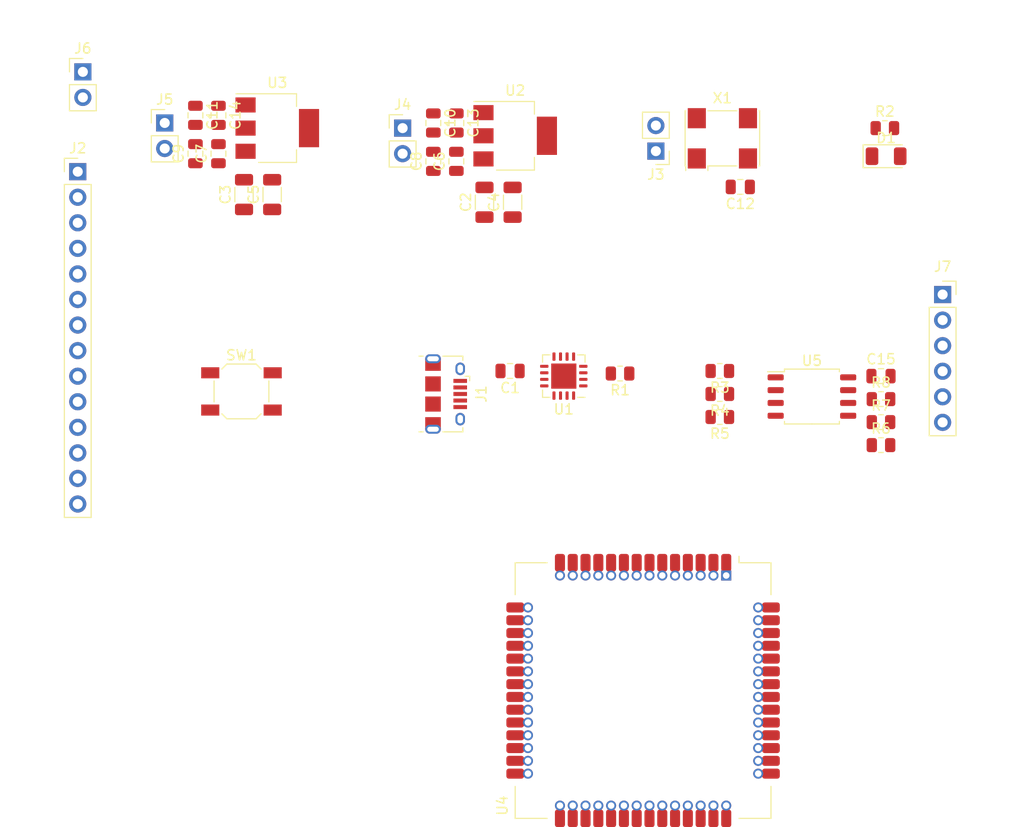
<source format=kicad_pcb>
(kicad_pcb (version 20211014) (generator pcbnew)
  (layers (0 "F.Cu" signal) (31 "B.Cu" signal) (34 "B.Paste" user) (35 "F.Paste" user) (36 "B.SilkS" user "B.Silkscreen") (37 "F.SilkS" user "F.Silkscreen") (38 "B.Mask" user) (39 "F.Mask" user) (44 "Edge.Cuts" user))
  (net 0 "")
  (net 1 "Net-(C1-Pad1)")
  (net 2 "GND")
  (net 3 "+5V")
  (net 4 "vccd")
  (net 5 "vdda")
  (net 6 "gpio")
  (net 7 "Net-(D1-Pad2)")
  (net 8 "xclk")
  (net 9 "vccd2")
  (net 10 "vccd1")
  (net 11 "vdda2")
  (net 12 "vdda1")
  (net 13 "Net-(J3-Pad1)")
  (net 14 "Net-(R1-Pad2)")
  (net 15 "Caravel_CSB")
  (net 16 "Caravel_D1")
  (net 17 "~{MEM_WP}")
  (net 18 "Caravel_D0")
  (net 19 "Caravel_SCK")
  (net 20 "~{MEM_HOLD}")
  (net 21 "USB_CS")
  (net 22 "USB_SCK")
  (net 23 "mprj_io[6]_ser_tx")
  (net 24 "mprj_io[5]_ser_rx")
  (net 25 "USB_MISO")
  (net 26 "USB_MOSI")
  (net 29 "MCP_D-")
  (net 30 "MCP_D+")
  (net 34 "~{RST}")
  (net 37 "mprj_io[0]")
  (net 38 "mprj_io[7]")
  (net 39 "mprj_io[8]")
  (net 40 "mprj_io[9]")
  (net 41 "mprj_io[10]")
  (net 42 "mprj_io[11]")
  (net 43 "mprj_io[12]")
  (net 44 "mprj_io[13]")
  (net 45 "mprj_io[14]")
  (net 46 "mprj_io[15]")
  (net 47 "mprj_io[16]")
  (net 48 "mprj_io[17]")
  (net 49 "mprj_io[18]")
  (net 50 "mprj_io[19]")
  (net 51 "mprj_io[20]")
  (net 52 "mprj_io[21]")
  (net 53 "mprj_io[22]")
  (net 54 "mprj_io[23]")
  (net 55 "mprj_io[24]")
  (net 56 "mprj_io[25]")
  (net 57 "mprj_io[26]")
  (net 58 "mprj_io[27]")
  (net 59 "mprj_io[28]")
  (net 60 "mprj_io[29]")
  (net 61 "mprj_io[30]")
  (net 62 "mprj_io[31]")
  (net 63 "mprj_io[32]")
  (net 64 "mprj_io[33]")
  (net 65 "mprj_io[34]")
  (net 66 "mprj_io[35]")
  (net 67 "mprj_io[36]")
  (net 68 "mprj_io[37]")
  (footprint "Button_Switch_SMD:SW_SPST_SKQG_WithStem" (layer "F.Cu") (at 124.714 92.71)
    (fp_text reference "SW1" (at 0 -3.6) (layer "F.SilkS"))
    (fp_text value "SW_Push - SKQGADE010")
    (fp_line (start -1.45 2.72) (end 1.45 2.72) (layer "F.SilkS") (width 0.12))
    (fp_line (start -1.45 -2.72) (end 1.45 -2.72) (layer "F.SilkS") (width 0.12))
    (fp_line (start -1.45 -2.72) (end -1.94 -2.23) (layer "F.SilkS") (width 0.12))
    (fp_line (start 1.45 2.72) (end 1.94 2.23) (layer "F.SilkS") (width 0.12))
    (fp_line (start 2.72 1.04) (end 2.72 -1.04) (layer "F.SilkS") (width 0.12))
    (fp_line (start 1.45 -2.72) (end 1.94 -2.23) (layer "F.SilkS") (width 0.12))
    (fp_line (start -1.45 2.72) (end -1.94 2.23) (layer "F.SilkS") (width 0.12))
    (fp_line (start -2.72 1.04) (end -2.72 -1.04) (layer "F.SilkS") (width 0.12))
    (pad "1" smd rect (at 3.1 -1.85) (size 1.8 1.1) (layers "F.Cu" "F.Paste" "F.Mask") (net 34 "~{RST}"))
    (pad "1" smd rect (at -3.1 -1.85) (size 1.8 1.1) (layers "F.Cu" "F.Paste" "F.Mask") (net 34 "~{RST}"))
    (pad "2" smd rect (at 3.1 1.85) (size 1.8 1.1) (layers "F.Cu" "F.Paste" "F.Mask") (net 2 "GND"))
    (pad "2" smd rect (at -3.1 1.85) (size 1.8 1.1) (layers "F.Cu" "F.Paste" "F.Mask") (net 2 "GND"))
  )
  (footprint "Capacitor_SMD:C_0805_2012Metric" (layer "F.Cu") (at 143.764 66.04 -90)
    (fp_text reference "C10" (at 0 -1.68 90) (layer "F.SilkS"))
    (fp_text value "10uf - CC0805KKX5R8BB106")
    (fp_line (start -0.261252 -0.735) (end 0.261252 -0.735) (layer "F.SilkS") (width 0.12))
    (fp_line (start -0.261252 0.735) (end 0.261252 0.735) (layer "F.SilkS") (width 0.12))
    (pad "1" smd roundrect (at -0.95 0 270) (size 1 1.45) (layers "F.Cu" "F.Paste" "F.Mask") (net 2 "GND"))
    (pad "2" smd roundrect (at 0.95 0 270) (size 1 1.45) (layers "F.Cu" "F.Paste" "F.Mask") (net 4 "vccd"))
  )
  (footprint "LED_SMD:LED_1206_3216Metric" (layer "F.Cu") (at 188.722 69.342)
    (fp_text reference "D1" (at 0 -1.82) (layer "F.SilkS"))
    (fp_text value "LED - 17-215SURC/S530-A2/TR8")
    (fp_line (start 1.6 -1.135) (end -2.285 -1.135) (layer "F.SilkS") (width 0.12))
    (fp_line (start -2.285 1.135) (end 1.6 1.135) (layer "F.SilkS") (width 0.12))
    (fp_line (start -2.285 -1.135) (end -2.285 1.135) (layer "F.SilkS") (width 0.12))
    (pad "1" smd roundrect (at -1.4 0) (size 1.25 1.75) (layers "F.Cu" "F.Paste" "F.Mask") (roundrect_rratio 0.2) (net 6 "gpio"))
    (pad "2" smd roundrect (at 1.4 0) (size 1.25 1.75) (layers "F.Cu" "F.Paste" "F.Mask") (roundrect_rratio 0.2) (net 7 "Net-(D1-Pad2)"))
  )
  (footprint "Resistor_SMD:R_0805_2012Metric" (layer "F.Cu") (at 188.214 93.472)
    (fp_text reference "R8" (at 0 -1.65) (layer "F.SilkS"))
    (fp_text value "10k - RC0805FR-0710KL")
    (fp_line (start -0.227064 -0.735) (end 0.227064 -0.735) (layer "F.SilkS") (width 0.12))
    (fp_line (start -0.227064 0.735) (end 0.227064 0.735) (layer "F.SilkS") (width 0.12))
    (pad "1" smd roundrect (at -0.9125 0) (size 1.025 1.4) (layers "F.Cu" "F.Paste" "F.Mask") (roundrect_rratio 0.243902) (net 20 "~{MEM_HOLD}"))
    (pad "2" smd roundrect (at 0.9125 0) (size 1.025 1.4) (layers "F.Cu" "F.Paste" "F.Mask") (roundrect_rratio 0.243902) (net 5 "vdda"))
  )
  (footprint "Connector_PinHeader_2.54mm:PinHeader_1x02_P2.54mm_Vertical" (layer "F.Cu") (at 108.966 60.96)
    (fp_text reference "J6" (at 0 -2.33) (layer "F.SilkS"))
    (fp_text value "Conn_01x02_Male")
    (fp_line (start -1.33 1.27) (end 1.33 1.27) (layer "F.SilkS") (width 0.12))
    (fp_line (start -1.33 -1.33) (end 0 -1.33) (layer "F.SilkS") (width 0.12))
    (fp_line (start 1.33 1.27) (end 1.33 3.87) (layer "F.SilkS") (width 0.12))
    (fp_line (start -1.33 0) (end -1.33 -1.33) (layer "F.SilkS") (width 0.12))
    (fp_line (start -1.33 1.27) (end -1.33 3.87) (layer "F.SilkS") (width 0.12))
    (fp_line (start -1.33 3.87) (end 1.33 3.87) (layer "F.SilkS") (width 0.12))
    (pad "1" thru_hole rect (at 0 0) (size 1.7 1.7) (drill 1) (layers *.Cu *.Mask) (net 5 "vdda"))
    (pad "2" thru_hole oval (at 0 2.54) (size 1.7 1.7) (drill 1) (layers *.Cu *.Mask) (net 5 "vdda"))
  )
  (footprint "Capacitor_SMD:C_1206_3216Metric" (layer "F.Cu") (at 151.638 73.914 90)
    (fp_text reference "C4" (at 0 -1.85 90) (layer "F.SilkS"))
    (fp_text value "100uf - GRM31CR60J107ME39L")
    (fp_line (start -0.711252 0.91) (end 0.711252 0.91) (layer "F.SilkS") (width 0.12))
    (fp_line (start -0.711252 -0.91) (end 0.711252 -0.91) (layer "F.SilkS") (width 0.12))
    (pad "1" smd roundrect (at -1.475 0 90) (size 1.15 1.8) (layers "F.Cu" "F.Paste" "F.Mask") (roundrect_rratio 0.217391) (net 2 "GND"))
    (pad "2" smd roundrect (at 1.475 0 90) (size 1.15 1.8) (layers "F.Cu" "F.Paste" "F.Mask") (roundrect_rratio 0.217391) (net 3 "+5V"))
  )
  (footprint "Resistor_SMD:R_0805_2012Metric" (layer "F.Cu") (at 188.214 98.044)
    (fp_text reference "R6" (at 0 -1.65) (layer "F.SilkS"))
    (fp_text value "10k - RC0805FR-0710KL")
    (fp_line (start -0.227064 -0.735) (end 0.227064 -0.735) (layer "F.SilkS") (width 0.12))
    (fp_line (start -0.227064 0.735) (end 0.227064 0.735) (layer "F.SilkS") (width 0.12))
    (pad "1" smd roundrect (at -0.9125 0) (size 1.025 1.4) (layers "F.Cu" "F.Paste" "F.Mask") (roundrect_rratio 0.243902) (net 18 "Caravel_D0"))
    (pad "2" smd roundrect (at 0.9125 0) (size 1.025 1.4) (layers "F.Cu" "F.Paste" "F.Mask") (roundrect_rratio 0.243902) (net 5 "vdda"))
  )
  (footprint "Capacitor_SMD:C_0805_2012Metric" (layer "F.Cu") (at 146.05 66.04 -90)
    (fp_text reference "C13" (at 0 -1.68 90) (layer "F.SilkS"))
    (fp_text value "1uf")
    (fp_line (start -0.261252 0.735) (end 0.261252 0.735) (layer "F.SilkS") (width 0.12))
    (fp_line (start -0.261252 -0.735) (end 0.261252 -0.735) (layer "F.SilkS") (width 0.12))
    (pad "1" smd roundrect (at -0.95 0 270) (size 1 1.45) (layers "F.Cu" "F.Paste" "F.Mask") (net 2 "GND"))
    (pad "2" smd roundrect (at 0.95 0 270) (size 1 1.45) (layers "F.Cu" "F.Paste" "F.Mask") (net 4 "vccd"))
  )
  (footprint "Capacitor_SMD:C_0805_2012Metric" (layer "F.Cu") (at 188.214 91.186)
    (fp_text reference "C15" (at 0 -1.68) (layer "F.SilkS"))
    (fp_text value "0.1uf - CC0805KRX7R9BB104")
    (fp_line (start -0.261252 0.735) (end 0.261252 0.735) (layer "F.SilkS") (width 0.12))
    (fp_line (start -0.261252 -0.735) (end 0.261252 -0.735) (layer "F.SilkS") (width 0.12))
    (pad "1" smd roundrect (at -0.95 0) (size 1 1.45) (layers "F.Cu" "F.Paste" "F.Mask") (net 5 "vdda"))
    (pad "2" smd roundrect (at 0.95 0) (size 1 1.45) (layers "F.Cu" "F.Paste" "F.Mask") (net 2 "GND"))
  )
  (footprint "Caravel_Board:caravel_breakout_v1" (layer "F.Cu") (at 151.892 135.128 90)
    (fp_text reference "U4" (at 1.27 -1.27 90 unlocked) (layer "F.SilkS"))
    (fp_text value "caravel_breakout")
    (fp_line (start 0 3.175) (end 0 0) (layer "F.SilkS") (width 0.12))
    (fp_line (start 25.4 25.4) (end 25.4 22.225) (layer "F.SilkS") (width 0.12))
    (fp_line (start 22.225 0) (end 25.4 0) (layer "F.SilkS") (width 0.12))
    (fp_line (start 22.225 25.4) (end 25.4 25.4) (layer "F.SilkS") (width 0.12))
    (fp_line (start 0 25.4) (end 3.175 25.4) (layer "F.SilkS") (width 0.12))
    (fp_line (start 0 22.225) (end 0 25.4) (layer "F.SilkS") (width 0.12))
    (fp_line (start 25.4 0) (end 25.4 3.175) (layer "F.SilkS") (width 0.12))
    (fp_line (start 25.4 22.225) (end 26.035 22.225) (layer "F.SilkS") (width 0.12))
    (fp_line (start 0 0) (end 3.175 0) (layer "F.SilkS") (width 0.12))
    (pad "1" smd roundrect (at 25.4 20.955 90) (size 1.75 1) (layers "F.Cu" "F.Paste" "F.Mask") (net 9 "vccd2"))
    (pad "1" thru_hole rect (at 24.13 20.955 90) (size 1 1) (drill 0.65) (layers *.Cu *.Mask) (net 9 "vccd2"))
    (pad "2" thru_hole oval (at 24.13 19.685 90) (size 1 1) (drill 0.65) (layers *.Cu *.Mask) (net 5 "vdda"))
    (pad "2" smd roundrect (at 25.4 19.685 90) (size 1.75 1) (layers "F.Cu" "F.Paste" "F.Mask") (net 5 "vdda"))
    (pad "3" thru_hole oval (at 24.13 18.415 90) (size 1 1) (drill 0.65) (layers *.Cu *.Mask) (net 11 "vdda2"))
    (pad "3" smd roundrect (at 25.4 18.415 90) (size 1.75 1) (layers "F.Cu" "F.Paste" "F.Mask") (net 11 "vdda2"))
    (pad "4" thru_hole oval (at 24.13 17.145 90) (size 1 1) (drill 0.65) (layers *.Cu *.Mask) (net 34 "~{RST}"))
    (pad "4" smd roundrect (at 25.4 17.145 90) (size 1.75 1) (layers "F.Cu" "F.Paste" "F.Mask") (net 34 "~{RST}"))
    (pad "5" smd roundrect (at 25.4 15.875 90) (size 1.75 1) (layers "F.Cu" "F.Paste" "F.Mask") (net 8 "xclk"))
    (pad "5" thru_hole oval (at 24.13 15.875 90) (size 1 1) (drill 0.65) (layers *.Cu *.Mask) (net 8 "xclk"))
    (pad "6" thru_hole oval (at 24.13 14.605 90) (size 1 1) (drill 0.65) (layers *.Cu *.Mask) (net 15 "Caravel_CSB"))
    (pad "6" smd roundrect (at 25.4 14.605 90) (size 1.75 1) (layers "F.Cu" "F.Paste" "F.Mask") (net 15 "Caravel_CSB"))
    (pad "7" thru_hole oval (at 24.13 13.335 90) (size 1 1) (drill 0.65) (layers *.Cu *.Mask) (net 4 "vccd"))
    (pad "7" smd roundrect (at 25.4 13.335 90) (size 1.75 1) (layers "F.Cu" "F.Paste" "F.Mask") (net 4 "vccd"))
    (pad "8" thru_hole oval (at 24.13 12.065 90) (size 1 1) (drill 0.65) (layers *.Cu *.Mask) (net 18 "Caravel_D0"))
    (pad "8" smd roundrect (at 25.4 12.065 90) (size 1.75 1) (layers "F.Cu" "F.Paste" "F.Mask") (net 18 "Caravel_D0"))
    (pad "9" thru_hole oval (at 24.13 10.795 90) (size 1 1) (drill 0.65) (layers *.Cu *.Mask) (net 16 "Caravel_D1"))
    (pad "9" smd roundrect (at 25.4 10.795 90) (size 1.75 1) (layers "F.Cu" "F.Paste" "F.Mask") (net 16 "Caravel_D1"))
    (pad "10" thru_hole oval (at 24.13 9.525 90) (size 1 1) (drill 0.65) (layers *.Cu *.Mask) (net 6 "gpio"))
    (pad "10" smd roundrect (at 25.4 9.525 90) (size 1.75 1) (layers "F.Cu" "F.Paste" "F.Mask") (net 6 "gpio"))
    (pad "11" smd roundrect (at 25.4 8.255 90) (size 1.75 1) (layers "F.Cu" "F.Paste" "F.Mask") (net 19 "Caravel_SCK"))
    (pad "11" thru_hole oval (at 24.13 8.255 90) (size 1 1) (drill 0.65) (layers *.Cu *.Mask) (net 19 "Caravel_SCK"))
    (pad "12" thru_hole oval (at 24.13 6.985 90) (size 1 1) (drill 0.65) (layers *.Cu *.Mask) (net 5 "vdda"))
    (pad "12" smd roundrect (at 25.4 6.985 90) (size 1.75 1) (layers "F.Cu" "F.Paste" "F.Mask") (net 5 "vdda"))
    (pad "13" thru_hole oval (at 24.13 5.715 90) (size 1 1) (drill 0.65) (layers *.Cu *.Mask) (net 12 "vdda1"))
    (pad "13" smd roundrect (at 25.4 5.715 90) (size 1.75 1) (layers "F.Cu" "F.Paste" "F.Mask") (net 12 "vdda1"))
    (pad "14" smd roundrect (at 25.4 4.445 90) (size 1.75 1) (layers "F.Cu" "F.Paste" "F.Mask") (net 10 "vccd1"))
    (pad "14" thru_hole oval (at 24.13 4.445 90) (size 1 1) (drill 0.65) (layers *.Cu *.Mask) (net 10 "vccd1"))
    (pad "15" smd roundrect (at 20.955 0 180) (size 1.75 1) (layers "F.Cu" "F.Paste" "F.Mask") (net 37 "mprj_io[0]"))
    (pad "15" thru_hole oval (at 20.955 1.27) (size 1 1) (drill 0.65) (layers *.Cu *.Mask) (net 37 "mprj_io[0]"))
    (pad "16" thru_hole oval (at 19.685 1.27) (size 1 1) (drill 0.65) (layers *.Cu *.Mask) (net 25 "USB_MISO"))
    (pad "16" smd roundrect (at 19.685 0 180) (size 1.75 1) (layers "F.Cu" "F.Paste" "F.Mask") (net 25 "USB_MISO"))
    (pad "17" smd roundrect (at 18.415 0 180) (size 1.75 1) (layers "F.Cu" "F.Paste" "F.Mask") (net 26 "USB_MOSI"))
    (pad "17" thru_hole oval (at 18.415 1.27) (size 1 1) (drill 0.65) (layers *.Cu *.Mask) (net 26 "USB_MOSI"))
    (pad "18" thru_hole oval (at 17.145 1.27) (size 1 1) (drill 0.65) (layers *.Cu *.Mask) (net 21 "USB_CS"))
    (pad "18" smd roundrect (at 17.145 0 180) (size 1.75 1) (layers "F.Cu" "F.Paste" "F.Mask") (net 21 "USB_CS"))
    (pad "19" smd roundrect (at 15.875 0 180) (size 1.75 1) (layers "F.Cu" "F.Paste" "F.Mask") (net 22 "USB_SCK"))
    (pad "19" thru_hole oval (at 15.875 1.27) (size 1 1) (drill 0.65) (layers *.Cu *.Mask) (net 22 "USB_SCK"))
    (pad "20" thru_hole oval (at 14.605 1.27) (size 1 1) (drill 0.65) (layers *.Cu *.Mask) (net 24 "mprj_io[5]_ser_rx"))
    (pad "20" smd roundrect (at 14.605 0 180) (size 1.75 1) (layers "F.Cu" "F.Paste" "F.Mask") (net 24 "mprj_io[5]_ser_rx"))
    (pad "21" smd roundrect (at 13.335 0 180) (size 1.75 1) (layers "F.Cu" "F.Paste" "F.Mask") (net 23 "mprj_io[6]_ser_tx"))
    (pad "21" thru_hole oval (at 13.335 1.27) (size 1 1) (drill 0.65) (layers *.Cu *.Mask) (net 23 "mprj_io[6]_ser_tx"))
    (pad "22" thru_hole oval (at 12.065 1.27) (size 1 1) (drill 0.65) (layers *.Cu *.Mask) (net 38 "mprj_io[7]"))
    (pad "22" smd roundrect (at 12.065 0 180) (size 1.75 1) (layers "F.Cu" "F.Paste" "F.Mask") (net 38 "mprj_io[7]"))
    (pad "23" smd roundrect (at 10.795 0 180) (size 1.75 1) (layers "F.Cu" "F.Paste" "F.Mask") (net 39 "mprj_io[8]"))
    (pad "23" thru_hole oval (at 10.795 1.27) (size 1 1) (drill 0.65) (layers *.Cu *.Mask) (net 39 "mprj_io[8]"))
    (pad "24" smd roundrect (at 9.525 0 180) (size 1.75 1) (layers "F.Cu" "F.Paste" "F.Mask") (net 40 "mprj_io[9]"))
    (pad "24" thru_hole oval (at 9.525 1.27) (size 1 1) (drill 0.65) (layers *.Cu *.Mask) (net 40 "mprj_io[9]"))
    (pad "25" smd roundrect (at 8.255 0 180) (size 1.75 1) (layers "F.Cu" "F.Paste" "F.Mask") (net 41 "mprj_io[10]"))
    (pad "25" thru_hole oval (at 8.255 1.27) (size 1 1) (drill 0.65) (layers *.Cu *.Mask) (net 41 "mprj_io[10]"))
    (pad "26" thru_hole oval (at 6.985 1.27) (size 1 1) (drill 0.65) (layers *.Cu *.Mask) (net 42 "mprj_io[11]"))
    (pad "26" smd roundrect (at 6.985 0 180) (size 1.75 1) (layers "F.Cu" "F.Paste" "F.Mask") (net 42 "mprj_io[11]"))
    (pad "27" smd roundrect (at 5.715 0 180) (size 1.75 1) (layers "F.Cu" "F.Paste" "F.Mask") (net 43 "mprj_io[12]"))
    (pad "27" thru_hole oval (at 5.715 1.27) (size 1 1) (drill 0.65) (layers *.Cu *.Mask) (net 43 "mprj_io[12]"))
    (pad "28" smd roundrect (at 4.445 0 180) (size 1.75 1) (layers "F.Cu" "F.Paste" "F.Mask") (net 44 "mprj_io[13]"))
    (pad "28" thru_hole oval (at 4.445 1.27) (size 1 1) (drill 0.65) (layers *.Cu *.Mask) (net 44 "mprj_io[13]"))
    (pad "29" smd roundrect (at 0 4.445 270) (size 1.75 1) (layers "F.Cu" "F.Paste" "F.Mask") (net 45 "mprj_io[14]"))
    (pad "29" thru_hole oval (at 1.27 4.445 270) (size 1 1) (drill 0.65) (layers *.Cu *.Mask) (net 45 "mprj_io[14]"))
    (pad "30" smd roundrect (at 0 5.715 270) (size 1.75 1) (layers "F.Cu" "F.Paste" "F.Mask") (net 46 "mprj_io[15]"))
    (pad "30" thru_hole oval (at 1.27 5.715 270) (size 1 1) (drill 0.65) (layers *.Cu *.Mask) (net 46 "mprj_io[15]"))
    (pad "31" smd roundrect (at 0 6.985 270) (size 1.75 1) (layers "F.Cu" "F.Paste" "F.Mask") (net 47 "mprj_io[16]"))
    (pad "31" thru_hole oval (at 1.27 6.985 270) (size 1 1) (drill 0.65) (layers *.Cu *.Mask) (net 47 "mprj_io[16]"))
    (pad "32" smd roundrect (at 0 8.255 270) (size 1.75 1) (layers "F.Cu" "F.Paste" "F.Mask") (net 48 "mprj_io[17]"))
    (pad "32" thru_hole oval (at 1.27 8.255 270) (size 1 1) (drill 0.65) (layers *.Cu *.Mask) (net 48 "mprj_io[17]"))
    (pad "33" thru_hole oval (at 1.27 9.525 270) (size 1 1) (drill 0.65) (layers *.Cu *.Mask) (net 49 "mprj_io[18]"))
    (pad "33" smd roundrect (at 0 9.525 270) (size 1.75 1) (layers "F.Cu" "F.Paste" "F.Mask") (net 49 "mprj_io[18]"))
    (pad "34" thru_hole oval (at 1.27 10.795 270) (size 1 1) (drill 0.65) (layers *.Cu *.Mask) (net 50 "mprj_io[19]"))
    (pad "34" smd roundrect (at 0 10.795 270) (size 1.75 1) (layers "F.Cu" "F.Paste" "F.Mask") (net 50 "mprj_io[19]"))
    (pad "35" smd roundrect (at 0 12.065 270) (size 1.75 1) (layers "F.Cu" "F.Paste" "F.Mask") (net 51 "mprj_io[20]"))
    (pad "35" thru_hole oval (at 1.27 12.065 270) (size 1 1) (drill 0.65) (layers *.Cu *.Mask) (net 51 "mprj_io[20]"))
    (pad "36" thru_hole oval (at 1.27 13.335 270) (size 1 1) (drill 0.65) (layers *.Cu *.Mask) (net 52 "mprj_io[21]"))
    (pad "36" smd roundrect (at 0 13.335 270) (size 1.75 1) (layers "F.Cu" "F.Paste" "F.Mask") (net 52 "mprj_io[21]"))
    (pad "37" thru_hole oval (at 1.27 14.605 270) (size 1 1) (drill 0.65) (layers *.Cu *.Mask) (net 53 "mprj_io[22]"))
    (pad "37" smd roundrect (at 0 14.605 270) (size 1.75 1) (layers "F.Cu" "F.Paste" "F.Mask") (net 53 "mprj_io[22]"))
    (pad "38" smd roundrect (at 0 15.875 270) (size 1.75 1) (layers "F.Cu" "F.Paste" "F.Mask") (net 54 "mprj_io[23]"))
    (pad "38" thru_hole oval (at 1.27 15.875 270) (size 1 1) (drill 0.65) (layers *.Cu *.Mask) (net 54 "mprj_io[23]"))
    (pad "39" thru_hole oval (at 1.27 17.145 270) (size 1 1) (drill 0.65) (layers *.Cu *.Mask) (net 55 "mprj_io[24]"))
    (pad "39" smd roundrect (at 0 17.145 270) (size 1.75 1) (layers "F.Cu" "F.Paste" "F.Mask") (net 55 "mprj_io[24]"))
    (pad "40" thru_hole oval (at 1.27 18.415 270) (size 1 1) (drill 0.65) (layers *.Cu *.Mask) (net 56 "mprj_io[25]"))
    (pad "40" smd roundrect (at 0 18.415 270) (size 1.75 1) (layers "F.Cu" "F.Paste" "F.Mask") (net 56 "mprj_io[25]"))
    (pad "41" thru_hole oval (at 1.27 19.685 270) (size 1 1) (drill 0.65) (layers *.Cu *.Mask) (net 57 "mprj_io[26]"))
    (pad "41" smd roundrect (at 0 19.685 270) (size 1.75 1) (layers "F.Cu" "F.Paste" "F.Mask") (net 57 "mprj_io[26]"))
    (pad "42" smd roundrect (at 0 20.955 270) (size 1.75 1) (layers "F.Cu" "F.Paste" "F.Mask") (net 58 "mprj_io[27]"))
    (pad "42" thru_hole oval (at 1.27 20.955 270) (size 1 1) (drill 0.65) (layers *.Cu *.Mask) (net 58 "mprj_io[27]"))
    (pad "43" thru_hole oval (at 4.445 24.13) (size 1 1) (drill 0.65) (layers *.Cu *.Mask) (net 59 "mprj_io[28]"))
    (pad "43" smd roundrect (at 4.445 25.4) (size 1.75 1) (layers "F.Cu" "F.Paste" "F.Mask") (net 59 "mprj_io[28]"))
    (pad "44" thru_hole oval (at 5.715 24.13) (size 1 1) (drill 0.65) (layers *.Cu *.Mask) (net 60 "mprj_io[29]"))
    (pad "44" smd roundrect (at 5.715 25.4) (size 1.75 1) (layers "F.Cu" "F.Paste" "F.Mask") (net 60 "mprj_io[29]"))
    (pad "45" smd roundrect (at 6.985 25.4) (size 1.75 1) (layers "F.Cu" "F.Paste" "F.Mask") (net 61 "mprj_io[30]"))
    (pad "45" thru_hole oval (at 6.985 24.13) (size 1 1) (drill 0.65) (layers *.Cu *.Mask) (net 61 "mprj_io[30]"))
    (pad "46" thru_hole oval (at 8.255 24.13) (size 1 1) (drill 0.65) (layers *.Cu *.Mask) (net 62 "mprj_io[31]"))
    (pad "46" smd roundrect (at 8.255 25.4) (size 1.75 1) (layers "F.Cu" "F.Paste" "F.Mask") (net 62 "mprj_io[31]"))
    (pad "47" thru_hole oval (at 9.525 24.13) (size 1 1) (drill 0.65) (layers *.Cu *.Mask) (net 63 "mprj_io[32]"))
    (pad "47" smd roundrect (at 9.525 25.4) (size 1.75 1) (layers "F.Cu" "F.Paste" "F.Mask") (net 63 "mprj_io[32]"))
    (pad "48" smd roundrect (at 10.795 25.4) (size 1.75 1) (layers "F.Cu" "F.Paste" "F.Mask") (net 64 "mprj_io[33]"))
    (pad "48" thru_hole oval (at 10.795 24.13) (size 1 1) (drill 0.65) (layers *.Cu *.Mask) (net 64 "mprj_io[33]"))
    (pad "49" smd roundrect (at 12.065 25.4) (size 1.75 1) (layers "F.Cu" "F.Paste" "F.Mask") (net 2 "GND"))
    (pad "49" thru_hole oval (at 12.065 24.13) (size 1 1) (drill 0.65) (layers *.Cu *.Mask) (net 2 "GND"))
    (pad "50" smd roundrect (at 13.335 25.4) (size 1.75 1) (layers "F.Cu" "F.Paste" "F.Mask") (net 5 "vdda"))
    (pad "50" thru_hole oval (at 13.335 24.13) (size 1 1) (drill 0.65) (layers *.Cu *.Mask) (net 5 "vdda"))
    (pad "51" smd roundrect (at 14.605 25.4) (size 1.75 1) (layers "F.Cu" "F.Paste" "F.Mask") (net 4 "vccd"))
    (pad "51" thru_hole oval (at 14.605 24.13) (size 1 1) (drill 0.65) (layers *.Cu *.Mask) (net 4 "vccd"))
    (pad "52" thru_hole oval (at 15.875 24.13) (size 1 1) (drill 0.65) (layers *.Cu *.Mask) (net 2 "GND"))
    (pad "52" smd roundrect (at 15.875 25.4) (size 1.75 1) (layers "F.Cu" "F.Paste" "F.Mask") (net 2 "GND"))
    (pad "53" thru_hole oval (at 17.145 24.13) (size 1 1) (drill 0.65) (layers *.Cu *.Mask) (net 65 "mprj_io[34]"))
    (pad "53" smd roundrect (at 17.145 25.4) (size 1.75 1) (layers "F.Cu" "F.Paste" "F.Mask") (net 65 "mprj_io[34]"))
    (pad "54" smd roundrect (at 18.415 25.4) (size 1.75 1) (layers "F.Cu" "F.Paste" "F.Mask") (net 66 "mprj_io[35]"))
    (pad "54" thru_hole oval (at 18.415 24.13) (size 1 1) (drill 0.65) (layers *.Cu *.Mask) (net 66 "mprj_io[35]"))
    (pad "55" smd roundrect (at 19.685 25.4) (size 1.75 1) (layers "F.Cu" "F.Paste" "F.Mask") (net 67 "mprj_io[36]"))
    (pad "55" thru_hole oval (at 19.685 24.13) (size 1 1) (drill 0.65) (layers *.Cu *.Mask) (net 67 "mprj_io[36]"))
    (pad "56" thru_hole oval (at 20.955 24.13) (size 1 1) (drill 0.65) (layers *.Cu *.Mask) (net 68 "mprj_io[37]"))
    (pad "56" smd roundrect (at 20.955 25.4) (size 1.75 1) (layers "F.Cu" "F.Paste" "F.Mask") (net 68 "mprj_io[37]"))
  )
  (footprint "Connector_PinHeader_2.54mm:PinHeader_1x02_P2.54mm_Vertical" (layer "F.Cu") (at 165.862 68.834 180)
    (fp_text reference "J3" (at 0 -2.33) (layer "F.SilkS"))
    (fp_text value "Conn_01x02_Male")
    (fp_line (start -1.33 -1.33) (end 0 -1.33) (layer "F.SilkS") (width 0.12))
    (fp_line (start -1.33 1.27) (end -1.33 3.87) (layer "F.SilkS") (width 0.12))
    (fp_line (start -1.33 3.87) (end 1.33 3.87) (layer "F.SilkS") (width 0.12))
    (fp_line (start -1.33 1.27) (end 1.33 1.27) (layer "F.SilkS") (width 0.12))
    (fp_line (start -1.33 0) (end -1.33 -1.33) (layer "F.SilkS") (width 0.12))
    (fp_line (start 1.33 1.27) (end 1.33 3.87) (layer "F.SilkS") (width 0.12))
    (pad "1" thru_hole rect (at 0 0 180) (size 1.7 1.7) (drill 1) (layers *.Cu *.Mask) (net 13 "Net-(J3-Pad1)"))
    (pad "2" thru_hole oval (at 0 2.54 180) (size 1.7 1.7) (drill 1) (layers *.Cu *.Mask) (net 2 "GND"))
  )
  (footprint "Capacitor_SMD:C_1206_3216Metric" (layer "F.Cu") (at 127.762 73.152 90)
    (fp_text reference "C5" (at 0 -1.85 90) (layer "F.SilkS"))
    (fp_text value "100uf - GRM31CR60J107ME39L")
    (fp_line (start -0.711252 0.91) (end 0.711252 0.91) (layer "F.SilkS") (width 0.12))
    (fp_line (start -0.711252 -0.91) (end 0.711252 -0.91) (layer "F.SilkS") (width 0.12))
    (pad "1" smd roundrect (at -1.475 0 90) (size 1.15 1.8) (layers "F.Cu" "F.Paste" "F.Mask") (roundrect_rratio 0.217391) (net 2 "GND"))
    (pad "2" smd roundrect (at 1.475 0 90) (size 1.15 1.8) (layers "F.Cu" "F.Paste" "F.Mask") (roundrect_rratio 0.217391) (net 3 "+5V"))
  )
  (footprint "Resistor_SMD:R_0805_2012Metric" (layer "F.Cu") (at 188.598 66.548)
    (fp_text reference "R2" (at 0 -1.65) (layer "F.SilkS"))
    (fp_text value "82 - 0805W8F820JT5E")
    (fp_line (start -0.227064 -0.735) (end 0.227064 -0.735) (layer "F.SilkS") (width 0.12))
    (fp_line (start -0.227064 0.735) (end 0.227064 0.735) (layer "F.SilkS") (width 0.12))
    (pad "1" smd roundrect (at -0.9125 0) (size 1.025 1.4) (layers "F.Cu" "F.Paste" "F.Mask") (roundrect_rratio 0.243902) (net 5 "vdda"))
    (pad "2" smd roundrect (at 0.9125 0) (size 1.025 1.4) (layers "F.Cu" "F.Paste" "F.Mask") (roundrect_rratio 0.243902) (net 7 "Net-(D1-Pad2)"))
  )
  (footprint "Capacitor_SMD:C_0805_2012Metric" (layer "F.Cu") (at 122.428 69.088 90)
    (fp_text reference "C7" (at 0 -1.68 90) (layer "F.SilkS"))
    (fp_text value "10uf - CC0805KKX5R8BB106")
    (fp_line (start -0.261252 -0.735) (end 0.261252 -0.735) (layer "F.SilkS") (width 0.12))
    (fp_line (start -0.261252 0.735) (end 0.261252 0.735) (layer "F.SilkS") (width 0.12))
    (pad "1" smd roundrect (at -0.95 0 90) (size 1 1.45) (layers "F.Cu" "F.Paste" "F.Mask") (net 2 "GND"))
    (pad "2" smd roundrect (at 0.95 0 90) (size 1 1.45) (layers "F.Cu" "F.Paste" "F.Mask") (net 3 "+5V"))
  )
  (footprint "Package_TO_SOT_SMD:SOT-223-3_TabPin2" (layer "F.Cu") (at 151.892 67.31)
    (fp_text reference "U2" (at 0 -4.5) (layer "F.SilkS"))
    (fp_text value "AZ1117CH-1.8TRG1")
    (fp_line (start 1.91 3.41) (end 1.91 2.15) (layer "F.SilkS") (width 0.12))
    (fp_line (start -1.85 3.41) (end 1.91 3.41) (layer "F.SilkS") (width 0.12))
    (fp_line (start -4.1 -3.41) (end 1.91 -3.41) (layer "F.SilkS") (width 0.12))
    (fp_line (start 1.91 -3.41) (end 1.91 -2.15) (layer "F.SilkS") (width 0.12))
    (pad "1" smd rect (at -3.15 -2.3) (size 2 1.5) (layers "F.Cu" "F.Paste" "F.Mask") (net 2 "GND"))
    (pad "2" smd rect (at 3.15 0) (size 2 3.8) (layers "F.Cu" "F.Paste" "F.Mask") (net 4 "vccd"))
    (pad "2" smd rect (at -3.15 0) (size 2 1.5) (layers "F.Cu" "F.Paste" "F.Mask") (net 4 "vccd"))
    (pad "3" smd rect (at -3.15 2.3) (size 2 1.5) (layers "F.Cu" "F.Paste" "F.Mask") (net 3 "+5V"))
  )
  (footprint "Capacitor_SMD:C_0805_2012Metric" (layer "F.Cu") (at 120.142 65.278 -90)
    (fp_text reference "C11" (at 0 -1.68 90) (layer "F.SilkS"))
    (fp_text value "10uf - CC0805KKX5R8BB106")
    (fp_line (start -0.261252 0.735) (end 0.261252 0.735) (layer "F.SilkS") (width 0.12))
    (fp_line (start -0.261252 -0.735) (end 0.261252 -0.735) (layer "F.SilkS") (width 0.12))
    (pad "1" smd roundrect (at -0.95 0 270) (size 1 1.45) (layers "F.Cu" "F.Paste" "F.Mask") (net 2 "GND"))
    (pad "2" smd roundrect (at 0.95 0 270) (size 1 1.45) (layers "F.Cu" "F.Paste" "F.Mask") (net 5 "vdda"))
  )
  (footprint "Capacitor_SMD:C_0805_2012Metric" (layer "F.Cu") (at 122.428 65.278 -90)
    (fp_text reference "C14" (at 0 -1.68 90) (layer "F.SilkS"))
    (fp_text value "1uf")
    (fp_line (start -0.261252 -0.735) (end 0.261252 -0.735) (layer "F.SilkS") (width 0.12))
    (fp_line (start -0.261252 0.735) (end 0.261252 0.735) (layer "F.SilkS") (width 0.12))
    (pad "1" smd roundrect (at -0.95 0 270) (size 1 1.45) (layers "F.Cu" "F.Paste" "F.Mask") (net 2 "GND"))
    (pad "2" smd roundrect (at 0.95 0 270) (size 1 1.45) (layers "F.Cu" "F.Paste" "F.Mask") (net 5 "vdda"))
  )
  (footprint "Connector_PinSocket_2.54mm:PinSocket_1x06_P2.54mm_Vertical" (layer "F.Cu") (at 194.335 83.083)
    (fp_text reference "J7" (at 0 -2.77) (layer "F.SilkS"))
    (fp_text value "Conn_01x06_Female")
    (fp_line (start 0 -1.33) (end 1.33 -1.33) (layer "F.SilkS") (width 0.12))
    (fp_line (start 1.33 -1.33) (end 1.33 0) (layer "F.SilkS") (width 0.12))
    (fp_line (start -1.33 1.27) (end 1.33 1.27) (layer "F.SilkS") (width 0.12))
    (fp_line (start -1.33 1.27) (end -1.33 14.03) (layer "F.SilkS") (width 0.12))
    (fp_line (start -1.33 14.03) (end 1.33 14.03) (layer "F.SilkS") (width 0.12))
    (fp_line (start 1.33 1.27) (end 1.33 14.03) (layer "F.SilkS") (width 0.12))
    (pad "1" thru_hole rect (at 0 0) (size 1.7 1.7) (drill 1) (layers *.Cu *.Mask) (net 15 "Caravel_CSB"))
    (pad "2" thru_hole oval (at 0 2.54) (size 1.7 1.7) (drill 1) (layers *.Cu *.Mask) (net 16 "Caravel_D1"))
    (pad "3" thru_hole oval (at 0 5.08) (size 1.7 1.7) (drill 1) (layers *.Cu *.Mask) (net 17 "~{MEM_WP}"))
    (pad "4" thru_hole oval (at 0 7.62) (size 1.7 1.7) (drill 1) (layers *.Cu *.Mask) (net 20 "~{MEM_HOLD}"))
    (pad "5" thru_hole oval (at 0 10.16) (size 1.7 1.7) (drill 1) (layers *.Cu *.Mask) (net 18 "Caravel_D0"))
    (pad "6" thru_hole oval (at 0 12.7) (size 1.7 1.7) (drill 1) (layers *.Cu *.Mask) (net 19 "Caravel_SCK"))
  )
  (footprint "Package_TO_SOT_SMD:SOT-223-3_TabPin2" (layer "F.Cu") (at 128.27 66.548)
    (fp_text reference "U3" (at 0 -4.5) (layer "F.SilkS"))
    (fp_text value "AZ1117-3.3")
    (fp_line (start -1.85 3.41) (end 1.91 3.41) (layer "F.SilkS") (width 0.12))
    (fp_line (start 1.91 -3.41) (end 1.91 -2.15) (layer "F.SilkS") (width 0.12))
    (fp_line (start 1.91 3.41) (end 1.91 2.15) (layer "F.SilkS") (width 0.12))
    (fp_line (start -4.1 -3.41) (end 1.91 -3.41) (layer "F.SilkS") (width 0.12))
    (pad "1" smd rect (at -3.15 -2.3) (size 2 1.5) (layers "F.Cu" "F.Paste" "F.Mask") (net 2 "GND"))
    (pad "2" smd rect (at 3.15 0) (size 2 3.8) (layers "F.Cu" "F.Paste" "F.Mask") (net 5 "vdda"))
    (pad "2" smd rect (at -3.15 0) (size 2 1.5) (layers "F.Cu" "F.Paste" "F.Mask") (net 5 "vdda"))
    (pad "3" smd rect (at -3.15 2.3) (size 2 1.5) (layers "F.Cu" "F.Paste" "F.Mask") (net 3 "+5V"))
  )
  (footprint "Capacitor_SMD:C_1206_3216Metric" (layer "F.Cu") (at 148.844 73.914 90)
    (fp_text reference "C2" (at 0 -1.85 90) (layer "F.SilkS"))
    (fp_text value "100uf - GRM31CR60J107ME39L")
    (fp_line (start -0.711252 0.91) (end 0.711252 0.91) (layer "F.SilkS") (width 0.12))
    (fp_line (start -0.711252 -0.91) (end 0.711252 -0.91) (layer "F.SilkS") (width 0.12))
    (pad "1" smd roundrect (at -1.475 0 90) (size 1.15 1.8) (layers "F.Cu" "F.Paste" "F.Mask") (roundrect_rratio 0.217391) (net 2 "GND"))
    (pad "2" smd roundrect (at 1.475 0 90) (size 1.15 1.8) (layers "F.Cu" "F.Paste" "F.Mask") (roundrect_rratio 0.217391) (net 3 "+5V"))
  )
  (footprint "Capacitor_SMD:C_0805_2012Metric" (layer "F.Cu") (at 174.244 72.39 180)
    (fp_text reference "C12" (at 0 -1.68) (layer "F.SilkS"))
    (fp_text value "0.1uf - CC0805KRX7R9BB104")
    (fp_line (start -0.261252 -0.735) (end 0.261252 -0.735) (layer "F.SilkS") (width 0.12))
    (fp_line (start -0.261252 0.735) (end 0.261252 0.735) (layer "F.SilkS") (width 0.12))
    (pad "1" smd roundrect (at -0.95 0 180) (size 1 1.45) (layers "F.Cu" "F.Paste" "F.Mask") (net 2 "GND"))
    (pad "2" smd roundrect (at 0.95 0 180) (size 1 1.45) (layers "F.Cu" "F.Paste" "F.Mask") (net 5 "vdda"))
  )
  (footprint "Resistor_SMD:R_0805_2012Metric" (layer "F.Cu") (at 172.212 90.678 180)
    (fp_text reference "R3" (at 0 -1.65) (layer "F.SilkS"))
    (fp_text value "10k - RC0805FR-0710KL")
    (fp_line (start -0.227064 0.735) (end 0.227064 0.735) (layer "F.SilkS") (width 0.12))
    (fp_line (start -0.227064 -0.735) (end 0.227064 -0.735) (layer "F.SilkS") (width 0.12))
    (pad "1" smd roundrect (at -0.9125 0 180) (size 1.025 1.4) (layers "F.Cu" "F.Paste" "F.Mask") (roundrect_rratio 0.243902) (net 15 "Caravel_CSB"))
    (pad "2" smd roundrect (at 0.9125 0 180) (size 1.025 1.4) (layers "F.Cu" "F.Paste" "F.Mask") (roundrect_rratio 0.243902) (net 5 "vdda"))
  )
  (footprint "Resistor_SMD:R_0805_2012Metric" (layer "F.Cu") (at 172.212 95.25 180)
    (fp_text reference "R5" (at 0 -1.65) (layer "F.SilkS"))
    (fp_text value "10k - RC0805FR-0710KL")
    (fp_line (start -0.227064 -0.735) (end 0.227064 -0.735) (layer "F.SilkS") (width 0.12))
    (fp_line (start -0.227064 0.735) (end 0.227064 0.735) (layer "F.SilkS") (width 0.12))
    (pad "1" smd roundrect (at -0.9125 0 180) (size 1.025 1.4) (layers "F.Cu" "F.Paste" "F.Mask") (roundrect_rratio 0.243902) (net 17 "~{MEM_WP}"))
    (pad "2" smd roundrect (at 0.9125 0 180) (size 1.025 1.4) (layers "F.Cu" "F.Paste" "F.Mask") (roundrect_rratio 0.243902) (net 5 "vdda"))
  )
  (footprint "Capacitor_SMD:C_0805_2012Metric" (layer "F.Cu") (at 151.384 90.678 180)
    (fp_text reference "C1" (at 0 -1.68) (layer "F.SilkS"))
    (fp_text value "0.47uf")
    (fp_line (start -0.261252 0.735) (end 0.261252 0.735) (layer "F.SilkS") (width 0.12))
    (fp_line (start -0.261252 -0.735) (end 0.261252 -0.735) (layer "F.SilkS") (width 0.12))
    (pad "1" smd roundrect (at -0.95 0 180) (size 1 1.45) (layers "F.Cu" "F.Paste" "F.Mask") (net 1 "Net-(C1-Pad1)"))
    (pad "2" smd roundrect (at 0.95 0 180) (size 1 1.45) (layers "F.Cu" "F.Paste" "F.Mask") (net 2 "GND"))
  )
  (footprint "Connector_PinHeader_2.54mm:PinHeader_1x02_P2.54mm_Vertical" (layer "F.Cu") (at 117.094 66.035)
    (fp_text reference "J5" (at 0 -2.33) (layer "F.SilkS"))
    (fp_text value "Conn_01x02_Male")
    (fp_line (start 1.33 1.27) (end 1.33 3.87) (layer "F.SilkS") (width 0.12))
    (fp_line (start -1.33 1.27) (end 1.33 1.27) (layer "F.SilkS") (width 0.12))
    (fp_line (start -1.33 -1.33) (end 0 -1.33) (layer "F.SilkS") (width 0.12))
    (fp_line (start -1.33 0) (end -1.33 -1.33) (layer "F.SilkS") (width 0.12))
    (fp_line (start -1.33 3.87) (end 1.33 3.87) (layer "F.SilkS") (width 0.12))
    (fp_line (start -1.33 1.27) (end -1.33 3.87) (layer "F.SilkS") (width 0.12))
    (pad "1" thru_hole rect (at 0 0) (size 1.7 1.7) (drill 1) (layers *.Cu *.Mask) (net 5 "vdda"))
    (pad "2" thru_hole oval (at 0 2.54) (size 1.7 1.7) (drill 1) (layers *.Cu *.Mask) (net 5 "vdda"))
  )
  (footprint "Package_DFN_QFN:QFN-16-1EP_4x4mm_P0.65mm_EP2.5x2.5mm" (layer "F.Cu") (at 156.718 91.186 180)
    (fp_text reference "U1" (at 0 -3.3) (layer "F.SilkS"))
    (fp_text value "MCP2221AxML")
    (fp_line (start 1.385 2.11) (end 2.11 2.11) (layer "F.SilkS") (width 0.12))
    (fp_line (start 2.11 2.11) (end 2.11 1.385) (layer "F.SilkS") (width 0.12))
    (fp_line (start 2.11 -2.11) (end 2.11 -1.385) (layer "F.SilkS") (width 0.12))
    (fp_line (start -1.385 -2.11) (end -2.11 -2.11) (layer "F.SilkS") (width 0.12))
    (fp_line (start -2.11 2.11) (end -2.11 1.385) (layer "F.SilkS") (width 0.12))
    (fp_line (start 1.385 -2.11) (end 2.11 -2.11) (layer "F.SilkS") (width 0.12))
    (fp_line (start -1.385 2.11) (end -2.11 2.11) (layer "F.SilkS") (width 0.12))
    (pad "1" smd roundrect (at -1.9375 -0.975 180) (size 0.825 0.3) (layers "F.Cu" "F.Paste" "F.Mask") (net 21 "USB_CS"))
    (pad "2" smd roundrect (at -1.9375 -0.325 180) (size 0.825 0.3) (layers "F.Cu" "F.Paste" "F.Mask") (net 22 "USB_SCK"))
    (pad "3" smd roundrect (at -1.9375 0.325 180) (size 0.825 0.3) (layers "F.Cu" "F.Paste" "F.Mask") (net 14 "Net-(R1-Pad2)"))
    (pad "4" smd roundrect (at -1.9375 0.975 180) (size 0.825 0.3) (layers "F.Cu" "F.Paste" "F.Mask") (net 23 "mprj_io[6]_ser_tx"))
    (pad "5" smd roundrect (at -0.975 1.9375 180) (size 0.3 0.825) (layers "F.Cu" "F.Paste" "F.Mask") (net 24 "mprj_io[5]_ser_rx"))
    (pad "6" smd roundrect (at -0.325 1.9375 180) (size 0.3 0.825) (layers "F.Cu" "F.Paste" "F.Mask") (net 25 "USB_MISO"))
    (pad "7" smd roundrect (at 0.325 1.9375 180) (size 0.3 0.825) (layers "F.Cu" "F.Paste" "F.Mask") (net 26 "USB_MOSI"))
    (pad "8" smd roundrect (at 0.975 1.9375 180) (size 0.3 0.825) (layers "F.Cu" "F.Paste" "F.Mask"))
    (pad "9" smd roundrect (at 1.9375 0.975 180) (size 0.825 0.3) (layers "F.Cu" "F.Paste" "F.Mask"))
    (pad "10" smd roundrect (at 1.9375 0.325 180) (size 0.825 0.3) (layers "F.Cu" "F.Paste" "F.Mask") (net 1 "Net-(C1-Pad1)"))
    (pad "11" smd roundrect (at 1.9375 -0.325 180) (size 0.825 0.3) (layers "F.Cu" "F.Paste" "F.Mask") (net 29 "MCP_D-"))
    (pad "12" smd roundrect (at 1.9375 -0.975 180) (size 0.825 0.3) (layers "F.Cu" "F.Paste" "F.Mask") (net 30 "MCP_D+"))
    (pad "13" smd roundrect (at 0.975 -1.9375 180) (size 0.3 0.825) (layers "F.Cu" "F.Paste" "F.Mask") (net 2 "GND"))
    (pad "14" smd roundrect (at 0.325 -1.9375 180) (size 0.3 0.825) (layers "F.Cu" "F.Paste" "F.Mask"))
    (pad "15" smd roundrect (at -0.325 -1.9375 180) (size 0.3 0.825) (layers "F.Cu" "F.Paste" "F.Mask"))
    (pad "16" smd roundrect (at -0.975 -1.9375 180) (size 0.3 0.825) (layers "F.Cu" "F.Paste" "F.Mask") (net 3 "+5V"))
    (pad "17" smd rect (at 0 0 180) (size 2.5 2.5) (layers "F.Cu" "F.Mask"))
  )
  (footprint "Capacitor_SMD:C_0805_2012Metric" (layer "F.Cu") (at 146.05 69.85 90)
    (fp_text reference "C6" (at 0 -1.68 90) (layer "F.SilkS"))
    (fp_text value "10uf - CC0805KKX5R8BB106")
    (fp_line (start -0.261252 0.735) (end 0.261252 0.735) (layer "F.SilkS") (width 0.12))
    (fp_line (start -0.261252 -0.735) (end 0.261252 -0.735) (layer "F.SilkS") (width 0.12))
    (pad "1" smd roundrect (at -0.95 0 90) (size 1 1.45) (layers "F.Cu" "F.Paste" "F.Mask") (net 2 "GND"))
    (pad "2" smd roundrect (at 0.95 0 90) (size 1 1.45) (layers "F.Cu" "F.Paste" "F.Mask") (net 3 "+5V"))
  )
  (footprint "Capacitor_SMD:C_0805_2012Metric" (layer "F.Cu") (at 143.764 69.85 90)
    (fp_text reference "C8" (at 0 -1.68 90) (layer "F.SilkS"))
    (fp_text value "22uf - CC0805MKX5R5BB226")
    (fp_line (start -0.261252 0.735) (end 0.261252 0.735) (layer "F.SilkS") (width 0.12))
    (fp_line (start -0.261252 -0.735) (end 0.261252 -0.735) (layer "F.SilkS") (width 0.12))
    (pad "1" smd roundrect (at -0.95 0 90) (size 1 1.45) (layers "F.Cu" "F.Paste" "F.Mask") (net 2 "GND"))
    (pad "2" smd roundrect (at 0.95 0 90) (size 1 1.45) (layers "F.Cu" "F.Paste" "F.Mask") (net 4 "vccd"))
  )
  (footprint "Capacitor_SMD:C_1206_3216Metric" (layer "F.Cu") (at 124.968 73.152 90)
    (fp_text reference "C3" (at 0 -1.85 90) (layer "F.SilkS"))
    (fp_text value "100uf - GRM31CR60J107ME39L")
    (fp_line (start -0.711252 -0.91) (end 0.711252 -0.91) (layer "F.SilkS") (width 0.12))
    (fp_line (start -0.711252 0.91) (end 0.711252 0.91) (layer "F.SilkS") (width 0.12))
    (pad "1" smd roundrect (at -1.475 0 90) (size 1.15 1.8) (layers "F.Cu" "F.Paste" "F.Mask") (roundrect_rratio 0.217391) (net 2 "GND"))
    (pad "2" smd roundrect (at 1.475 0 90) (size 1.15 1.8) (layers "F.Cu" "F.Paste" "F.Mask") (roundrect_rratio 0.217391) (net 3 "+5V"))
  )
  (footprint "Resistor_SMD:R_0805_2012Metric" (layer "F.Cu") (at 172.212 92.964 180)
    (fp_text reference "R4" (at 0 -1.65) (layer "F.SilkS"))
    (fp_text value "10k - RC0805FR-0710KL")
    (fp_line (start -0.227064 0.735) (end 0.227064 0.735) (layer "F.SilkS") (width 0.12))
    (fp_line (start -0.227064 -0.735) (end 0.227064 -0.735) (layer "F.SilkS") (width 0.12))
    (pad "1" smd roundrect (at -0.9125 0 180) (size 1.025 1.4) (layers "F.Cu" "F.Paste" "F.Mask") (roundrect_rratio 0.243902) (net 16 "Caravel_D1"))
    (pad "2" smd roundrect (at 0.9125 0 180) (size 1.025 1.4) (layers "F.Cu" "F.Paste" "F.Mask") (roundrect_rratio 0.243902) (net 5 "vdda"))
  )
  (footprint "Connector_PinHeader_2.54mm:PinHeader_1x02_P2.54mm_Vertical" (layer "F.Cu") (at 140.716 66.548)
    (fp_text reference "J4" (at 0 -2.33) (layer "F.SilkS"))
    (fp_text value "Conn_01x02_Male")
    (fp_line (start -1.33 0) (end -1.33 -1.33) (layer "F.SilkS") (width 0.12))
    (fp_line (start 1.33 1.27) (end 1.33 3.87) (layer "F.SilkS") (width 0.12))
    (fp_line (start -1.33 1.27) (end 1.33 1.27) (layer "F.SilkS") (width 0.12))
    (fp_line (start -1.33 -1.33) (end 0 -1.33) (layer "F.SilkS") (width 0.12))
    (fp_line (start -1.33 1.27) (end -1.33 3.87) (layer "F.SilkS") (width 0.12))
    (fp_line (start -1.33 3.87) (end 1.33 3.87) (layer "F.SilkS") (width 0.12))
    (pad "1" thru_hole rect (at 0 0) (size 1.7 1.7) (drill 1) (layers *.Cu *.Mask) (net 4 "vccd"))
    (pad "2" thru_hole oval (at 0 2.54) (size 1.7 1.7) (drill 1) (layers *.Cu *.Mask) (net 4 "vccd"))
  )
  (footprint "Package_SO:SOIC-8_5.23x5.23mm_P1.27mm" (layer "F.Cu") (at 181.356 93.218)
    (fp_text reference "U5" (at 0 -3.56) (layer "F.SilkS"))
    (fp_text value "W25Q32FVSS")
    (fp_line (start 0 -2.725) (end 2.725 -2.725) (layer "F.SilkS") (width 0.12))
    (fp_line (start -2.725 2.725) (end -2.725 2.465) (layer "F.SilkS") (width 0.12))
    (fp_line (start -2.725 -2.465) (end -4.4 -2.465) (layer "F.SilkS") (width 0.12))
    (fp_line (start 0 2.725) (end 2.725 2.725) (layer "F.SilkS") (width 0.12))
    (fp_line (start 2.725 -2.725) (end 2.725 -2.465) (layer "F.SilkS") (width 0.12))
    (fp_line (start 0 -2.725) (end -2.725 -2.725) (layer "F.SilkS") (width 0.12))
    (fp_line (start -2.725 -2.725) (end -2.725 -2.465) (layer "F.SilkS") (width 0.12))
    (fp_line (start 0 2.725) (end -2.725 2.725) (layer "F.SilkS") (width 0.12))
    (fp_line (start 2.725 2.725) (end 2.725 2.465) (layer "F.SilkS") (width 0.12))
    (pad "1" smd roundrect (at -3.6 -1.905) (size 1.6 0.6) (layers "F.Cu" "F.Paste" "F.Mask") (net 15 "Caravel_CSB"))
    (pad "2" smd roundrect (at -3.6 -0.635) (size 1.6 0.6) (layers "F.Cu" "F.Paste" "F.Mask") (net 16 "Caravel_D1"))
    (pad "3" smd roundrect (at -3.6 0.635) (size 1.6 0.6) (layers "F.Cu" "F.Paste" "F.Mask") (net 17 "~{MEM_WP}"))
    (pad "4" smd roundrect (at -3.6 1.905) (size 1.6 0.6) (layers "F.Cu" "F.Paste" "F.Mask") (net 2 "GND"))
    (pad "5" smd roundrect (at 3.6 1.905) (size 1.6 0.6) (layers "F.Cu" "F.Paste" "F.Mask") (net 18 "Caravel_D0"))
    (pad "6" smd roundrect (at 3.6 0.635) (size 1.6 0.6) (layers "F.Cu" "F.Paste" "F.Mask") (net 19 "Caravel_SCK"))
    (pad "7" smd roundrect (at 3.6 -0.635) (size 1.6 0.6) (layers "F.Cu" "F.Paste" "F.Mask") (net 20 "~{MEM_HOLD}"))
    (pad "8" smd roundrect (at 3.6 -1.905) (size 1.6 0.6) (layers "F.Cu" "F.Paste" "F.Mask") (net 5 "vdda"))
  )
  (footprint "Resistor_SMD:R_0805_2012Metric" (layer "F.Cu") (at 188.214 95.758)
    (fp_text reference "R7" (at 0 -1.65) (layer "F.SilkS"))
    (fp_text value "10k - RC0805FR-0710KL")
    (fp_line (start -0.227064 -0.735) (end 0.227064 -0.735) (layer "F.SilkS") (width 0.12))
    (fp_line (start -0.227064 0.735) (end 0.227064 0.735) (layer "F.SilkS") (width 0.12))
    (pad "1" smd roundrect (at -0.9125 0) (size 1.025 1.4) (layers "F.Cu" "F.Paste" "F.Mask") (roundrect_rratio 0.243902) (net 19 "Caravel_SCK"))
    (pad "2" smd roundrect (at 0.9125 0) (size 1.025 1.4) (layers "F.Cu" "F.Paste" "F.Mask") (roundrect_rratio 0.243902) (net 5 "vdda"))
  )
  (footprint "Connector_USB:USB_Micro-B_Amphenol_10118194_Horizontal" (layer "F.Cu") (at 145.034 92.964 -90)
    (fp_text reference "J1" (at 0 -3.5 90) (layer "F.SilkS"))
    (fp_text value "USB_B_Micro - 10118194-0001LF")
    (fp_line (start 3.76 -1.66) (end 3.34 -1.66) (layer "F.SilkS") (width 0.12))
    (fp_line (start -1.76 -1.89) (end -1.76 -2.34) (layer "F.SilkS") (width 0.12))
    (fp_line (start 3.76 2.29) (end 3.76 2.69) (layer "F.SilkS") (width 0.12))
    (fp_line (start -3.76 2.69) (end -3.76 2.29) (layer "F.SilkS") (width 0.12))
    (fp_line (start 3.76 0.32) (end 3.76 -1.66) (layer "F.SilkS") (width 0.12))
    (fp_line (start -1.31 -2.34) (end -1.76 -2.34) (layer "F.SilkS") (width 0.12))
    (fp_line (start -3.76 0.32) (end -3.76 -1.66) (layer "F.SilkS") (width 0.12))
    (fp_line (start -3.76 -1.66) (end -3.34 -1.66) (layer "F.SilkS") (width 0.12))
    (pad "1" smd rect (at -1.3 -1.4 270) (size 0.4 1.35) (layers "F.Cu" "F.Paste" "F.Mask") (net 3 "+5V"))
    (pad "2" smd rect (at -0.65 -1.4 270) (size 0.4 1.35) (layers "F.Cu" "F.Paste" "F.Mask") (net 29 "MCP_D-"))
    (pad "3" smd rect (at 0 -1.4 270) (size 0.4 1.35) (layers "F.Cu" "F.Paste" "F.Mask") (net 30 "MCP_D+"))
    (pad "4" smd rect (at 0.65 -1.4 270) (size 0.4 1.35) (layers "F.Cu" "F.Paste" "F.Mask"))
    (pad "5" smd rect (at 1.3 -1.4 270) (size 0.4 1.35) (layers "F.Cu" "F.Paste" "F.Mask") (net 2 "GND"))
    (pad "6" thru_hole oval (at 2.5 -1.4 270) (size 1.25 0.95) (drill oval 0.85 0.55) (layers *.Cu *.Mask))
    (pad "6" thru_hole oval (at 3.5 1.3 270) (size 0.89 1.55) (drill oval 0.5 1.15) (layers *.Cu *.Mask))
    (pad "6" smd rect (at -2.9 1.3 270) (size 1.2 1.55) (layers "F.Cu" "F.Paste" "F.Mask"))
    (pad "6" thru_hole oval (at -2.5 -1.4 270) (size 1.25 0.95) (drill oval 0.85 0.55) (layers *.Cu *.Mask))
    (pad "6" thru_hole oval (at -3.5 1.3 270) (size 0.89 1.55) (drill oval 0.5 1.15) (layers *.Cu *.Mask))
    (pad "6" smd rect (at 2.9 1.3 270) (size 1.2 1.55) (layers "F.Cu" "F.Paste" "F.Mask"))
    (pad "6" smd rect (at 1 1.3 270) (size 1.5 1.55) (layers "F.Cu" "F.Paste" "F.Mask"))
    (pad "6" smd rect (at -1 1.3 270) (size 1.5 1.55) (layers "F.Cu" "F.Paste" "F.Mask"))
  )
  (footprint "Connector_PinHeader_2.54mm:PinHeader_1x14_P2.54mm_Vertical" (layer "F.Cu") (at 108.458 70.876)
    (fp_text reference "J2" (at 0 -2.33) (layer "F.SilkS"))
    (fp_text value "Conn_01x14_Female")
    (fp_line (start -1.33 0) (end -1.33 -1.33) (layer "F.SilkS") (width 0.12))
    (fp_line (start -1.33 34.35) (end 1.33 34.35) (layer "F.SilkS") (width 0.12))
    (fp_line (start -1.33 1.27) (end 1.33 1.27) (layer "F.SilkS") (width 0.12))
    (fp_line (start -1.33 -1.33) (end 0 -1.33) (layer "F.SilkS") (width 0.12))
    (fp_line (start -1.33 1.27) (end -1.33 34.35) (layer "F.SilkS") (width 0.12))
    (fp_line (start 1.33 1.27) (end 1.33 34.35) (layer "F.SilkS") (width 0.12))
    (pad "1" thru_hole rect (at 0 0) (size 1.7 1.7) (drill 1) (layers *.Cu *.Mask) (net 4 "vccd"))
    (pad "2" thru_hole oval (at 0 2.54) (size 1.7 1.7) (drill 1) (layers *.Cu *.Mask) (net 2 "GND"))
    (pad "3" thru_hole oval (at 0 5.08) (size 1.7 1.7) (drill 1) (layers *.Cu *.Mask) (net 2 "GND"))
    (pad "4" thru_hole oval (at 0 7.62) (size 1.7 1.7) (drill 1) (layers *.Cu *.Mask) (net 8 "xclk"))
    (pad "5" thru_hole oval (at 0 10.16) (size 1.7 1.7) (drill 1) (layers *.Cu *.Mask) (net 6 "gpio"))
    (pad "6" thru_hole oval (at 0 12.7) (size 1.7 1.7) (drill 1) (layers *.Cu *.Mask) (net 9 "vccd2"))
    (pad "7" thru_hole oval (at 0 15.24) (size 1.7 1.7) (drill 1) (layers *.Cu *.Mask) (net 4 "vccd"))
    (pad "8" thru_hole oval (at 0 17.78) (size 1.7 1.7) (drill 1) (layers *.Cu *.Mask) (net 4 "vccd"))
    (pad "9" thru_hole oval (at 0 20.32) (size 1.7 1.7) (drill 1) (layers *.Cu *.Mask) (net 10 "vccd1"))
    (pad "10" thru_hole oval (at 0 22.86) (size 1.7 1.7) (drill 1) (layers *.Cu *.Mask) (net 11 "vdda2"))
    (pad "11" thru_hole oval (at 0 25.4) (size 1.7 1.7) (drill 1) (layers *.Cu *.Mask) (net 5 "vdda"))
    (pad "12" thru_hole oval (at 0 27.94) (size 1.7 1.7) (drill 1) (layers *.Cu *.Mask) (net 5 "vdda"))
    (pad "13" thru_hole oval (at 0 30.48) (size 1.7 1.7) (drill 1) (layers *.Cu *.Mask) (net 12 "vdda1"))
    (pad "14" thru_hole oval (at 0 33.02) (size 1.7 1.7) (drill 1) (layers *.Cu *.Mask) (net 5 "vdda"))
  )
  (footprint "Oscillator:Oscillator_SMD_Abracon_ASV-4Pin_7.0x5.1mm" (layer "F.Cu") (at 172.466 67.564)
    (fp_text reference "X1" (at 0 -4) (layer "F.SilkS"))
    (fp_text value "ASV-10.000MHZ-EJ-T")
    (fp_line (start 3.64 -2.74) (end 3.7 -2.74) (layer "F.SilkS") (width 0.12))
    (fp_line (start -1.44 -2.74) (end 1.44 -2.74) (layer "F.SilkS") (width 0.12))
    (fp_line (start -3.7 -2.74) (end -3.64 -2.74) (layer "F.SilkS") (width 0.12))
    (fp_line (start 3.7 2.74) (end 3.64 2.74) (layer "F.SilkS") (width 0.12))
    (fp_line (start 1.44 2.74) (end -1.44 2.74) (layer "F.SilkS") (width 0.12))
    (fp_line (start -3.64 2.74) (end -3.7 2.74) (layer "F.SilkS") (width 0.12))
    (fp_line (start -1.44 2.74) (end -1.44 3.2) (layer "F.SilkS") (width 0.12))
    (fp_line (start 3.7 -2.74) (end 3.7 2.74) (layer "F.SilkS") (width 0.12))
    (fp_line (start -3.7 2.74) (end -3.7 -2.74) (layer "F.SilkS") (width 0.12))
    (fp_line (start -3.64 3.2) (end -3.64 2.74) (layer "F.SilkS") (width 0.12))
    (pad "1" smd rect (at -2.54 2) (size 1.8 2) (layers "F.Cu" "F.Paste" "F.Mask") (net 13 "Net-(J3-Pad1)"))
    (pad "2" smd rect (at 2.54 2) (size 1.8 2) (layers "F.Cu" "F.Paste" "F.Mask") (net 2 "GND"))
    (pad "3" smd rect (at 2.54 -2) (size 1.8 2) (layers "F.Cu" "F.Paste" "F.Mask") (net 8 "xclk"))
    (pad "4" smd rect (at -2.54 -2) (size 1.8 2) (layers "F.Cu" "F.Paste" "F.Mask") (net 5 "vdda"))
  )
  (footprint "Resistor_SMD:R_0805_2012Metric" (layer "F.Cu") (at 162.306 90.932 180)
    (fp_text reference "R1" (at 0 -1.65) (layer "F.SilkS"))
    (fp_text value "10k - RC0805FR-0710KL")
    (fp_line (start -0.227064 -0.735) (end 0.227064 -0.735) (layer "F.SilkS") (width 0.12))
    (fp_line (start -0.227064 0.735) (end 0.227064 0.735) (layer "F.SilkS") (width 0.12))
    (pad "1" smd roundrect (at -0.9125 0 180) (size 1.025 1.4) (layers "F.Cu" "F.Paste" "F.Mask") (roundrect_rratio 0.243902) (net 2 "GND"))
    (pad "2" smd roundrect (at 0.9125 0 180) (size 1.025 1.4) (layers "F.Cu" "F.Paste" "F.Mask") (roundrect_rratio 0.243902) (net 14 "Net-(R1-Pad2)"))
  )
  (footprint "Capacitor_SMD:C_0805_2012Metric" (layer "F.Cu") (at 120.142 69.088 90)
    (fp_text reference "C9" (at 0 -1.68 90) (layer "F.SilkS"))
    (fp_text value "22uf - CC0805MKX5R5BB226")
    (fp_line (start -0.261252 0.735) (end 0.261252 0.735) (layer "F.SilkS") (width 0.12))
    (fp_line (start -0.261252 -0.735) (end 0.261252 -0.735) (layer "F.SilkS") (width 0.12))
    (pad "1" smd roundrect (at -0.95 0 90) (size 1 1.45) (layers "F.Cu" "F.Paste" "F.Mask") (net 2 "GND"))
    (pad "2" smd roundrect (at 0.95 0 90) (size 1 1.45) (layers "F.Cu" "F.Paste" "F.Mask") (net 5 "vdda"))
  )
)
</source>
